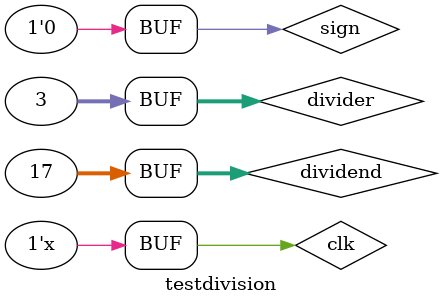
<source format=v>
`timescale 1ns / 1ps


module testdivision;

	// Inputs
	reg [31:0] dividend;
	reg [31:0] divider;
	reg sign;
	reg clk;

	// Outputs
	wire [31:0] Result;
	wire [31:0] Remainder;
	wire ready;

	// Instantiate the Unit Under Test (UUT)
	divide uut (
		.Result(Result), 
		.Remainder(Remainder), 
		.ready(ready), 
		.dividend(dividend), 
		.divider(divider), 
		.sign(sign), 
		.clk(clk)
	);
	always #20 clk = ~clk;
	initial begin
		// Initialize Inputs
		dividend = 17;
		divider = 3;
		sign = 0;
		clk = 0;

		// Wait 100 ns for global reset to finish
		#100;
        
		// Add stimulus here

	end
      
endmodule


</source>
